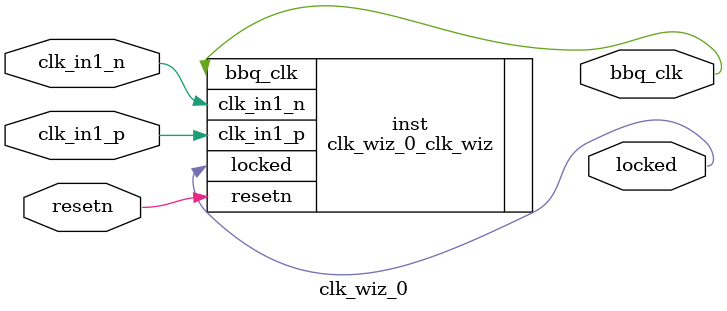
<source format=v>


`timescale 1ps/1ps

(* CORE_GENERATION_INFO = "clk_wiz_0,clk_wiz_v6_0_6_0_0,{component_name=clk_wiz_0,use_phase_alignment=false,use_min_o_jitter=false,use_max_i_jitter=false,use_dyn_phase_shift=false,use_inclk_switchover=false,use_dyn_reconfig=false,enable_axi=0,feedback_source=FDBK_AUTO,PRIMITIVE=MMCM,num_out_clk=1,clkin1_period=10.000,clkin2_period=10.000,use_power_down=false,use_reset=true,use_locked=true,use_inclk_stopped=false,feedback_type=SINGLE,CLOCK_MGR_TYPE=NA,manual_override=false}" *)

module clk_wiz_0 
 (
  // Clock out ports
  output        bbq_clk,
  // Status and control signals
  input         resetn,
  output        locked,
 // Clock in ports
  input         clk_in1_p,
  input         clk_in1_n
 );

  clk_wiz_0_clk_wiz inst
  (
  // Clock out ports  
  .bbq_clk(bbq_clk),
  // Status and control signals               
  .resetn(resetn), 
  .locked(locked),
 // Clock in ports
  .clk_in1_p(clk_in1_p),
  .clk_in1_n(clk_in1_n)
  );

endmodule

</source>
